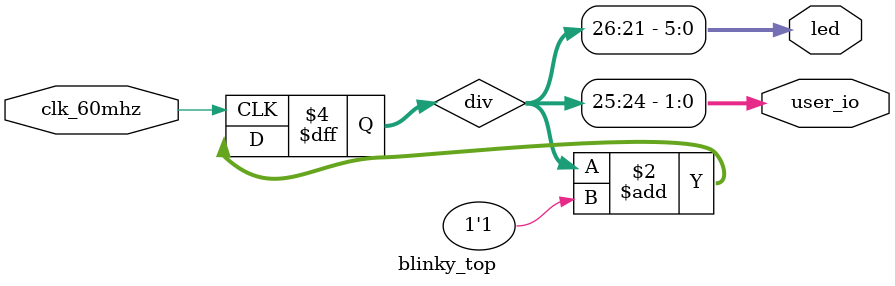
<source format=v>
/**
 * Simple, verilog blinky to test the FPGA.
 *
 * Copyright (c) 2020 Great Scott Gadgets <info@greatscottgadgets.com>
 * SPDX-License-Identifier: BSD-3-Clause
 */

module blinky_top(input clk_60mhz, output [5:0] led, output [1:0] user_io);

     reg [26:0] div = 0;

     always @ ( posedge clk_60mhz ) begin
        div <= div + 1'b1;
     end

     assign led = div[26:21];
     assign user_io = div[25:24];

endmodule

</source>
